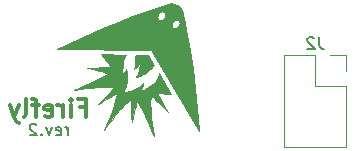
<source format=gbo>
G04 #@! TF.GenerationSoftware,KiCad,Pcbnew,(6.0.10-0)*
G04 #@! TF.CreationDate,2022-12-22T21:19:14-05:00*
G04 #@! TF.ProjectId,rev2,72657632-2e6b-4696-9361-645f70636258,rev?*
G04 #@! TF.SameCoordinates,Original*
G04 #@! TF.FileFunction,Legend,Bot*
G04 #@! TF.FilePolarity,Positive*
%FSLAX46Y46*%
G04 Gerber Fmt 4.6, Leading zero omitted, Abs format (unit mm)*
G04 Created by KiCad (PCBNEW (6.0.10-0)) date 2022-12-22 21:19:14*
%MOMM*%
%LPD*%
G01*
G04 APERTURE LIST*
%ADD10C,0.150000*%
%ADD11C,0.300000*%
%ADD12C,0.120000*%
%ADD13C,0.070000*%
%ADD14C,0.600000*%
%ADD15O,0.900000X1.700000*%
%ADD16O,0.900000X2.000000*%
%ADD17R,1.700000X1.700000*%
%ADD18O,1.700000X1.700000*%
G04 APERTURE END LIST*
D10*
X190995238Y-68052380D02*
X190995238Y-67385714D01*
X190995238Y-67576190D02*
X190947619Y-67480952D01*
X190900000Y-67433333D01*
X190804761Y-67385714D01*
X190709523Y-67385714D01*
X189995238Y-68004761D02*
X190090476Y-68052380D01*
X190280952Y-68052380D01*
X190376190Y-68004761D01*
X190423809Y-67909523D01*
X190423809Y-67528571D01*
X190376190Y-67433333D01*
X190280952Y-67385714D01*
X190090476Y-67385714D01*
X189995238Y-67433333D01*
X189947619Y-67528571D01*
X189947619Y-67623809D01*
X190423809Y-67719047D01*
X189614285Y-67385714D02*
X189376190Y-68052380D01*
X189138095Y-67385714D01*
X188757142Y-67957142D02*
X188709523Y-68004761D01*
X188757142Y-68052380D01*
X188804761Y-68004761D01*
X188757142Y-67957142D01*
X188757142Y-68052380D01*
X188328571Y-67147619D02*
X188280952Y-67100000D01*
X188185714Y-67052380D01*
X187947619Y-67052380D01*
X187852380Y-67100000D01*
X187804761Y-67147619D01*
X187757142Y-67242857D01*
X187757142Y-67338095D01*
X187804761Y-67480952D01*
X188376190Y-68052380D01*
X187757142Y-68052380D01*
D11*
X192042857Y-65692857D02*
X192542857Y-65692857D01*
X192542857Y-66478571D02*
X192542857Y-64978571D01*
X191828571Y-64978571D01*
X191257142Y-66478571D02*
X191257142Y-65478571D01*
X191257142Y-64978571D02*
X191328571Y-65050000D01*
X191257142Y-65121428D01*
X191185714Y-65050000D01*
X191257142Y-64978571D01*
X191257142Y-65121428D01*
X190542857Y-66478571D02*
X190542857Y-65478571D01*
X190542857Y-65764285D02*
X190471428Y-65621428D01*
X190400000Y-65550000D01*
X190257142Y-65478571D01*
X190114285Y-65478571D01*
X189042857Y-66407142D02*
X189185714Y-66478571D01*
X189471428Y-66478571D01*
X189614285Y-66407142D01*
X189685714Y-66264285D01*
X189685714Y-65692857D01*
X189614285Y-65550000D01*
X189471428Y-65478571D01*
X189185714Y-65478571D01*
X189042857Y-65550000D01*
X188971428Y-65692857D01*
X188971428Y-65835714D01*
X189685714Y-65978571D01*
X188542857Y-65478571D02*
X187971428Y-65478571D01*
X188328571Y-66478571D02*
X188328571Y-65192857D01*
X188257142Y-65050000D01*
X188114285Y-64978571D01*
X187971428Y-64978571D01*
X187257142Y-66478571D02*
X187400000Y-66407142D01*
X187471428Y-66264285D01*
X187471428Y-64978571D01*
X186828571Y-65478571D02*
X186471428Y-66478571D01*
X186114285Y-65478571D02*
X186471428Y-66478571D01*
X186614285Y-66835714D01*
X186685714Y-66907142D01*
X186828571Y-66978571D01*
D10*
X212263333Y-59722380D02*
X212263333Y-60436666D01*
X212310952Y-60579523D01*
X212406190Y-60674761D01*
X212549047Y-60722380D01*
X212644285Y-60722380D01*
X211834761Y-59817619D02*
X211787142Y-59770000D01*
X211691904Y-59722380D01*
X211453809Y-59722380D01*
X211358571Y-59770000D01*
X211310952Y-59817619D01*
X211263333Y-59912857D01*
X211263333Y-60008095D01*
X211310952Y-60150952D01*
X211882380Y-60722380D01*
X211263333Y-60722380D01*
D12*
X209330000Y-61270000D02*
X209330000Y-69010000D01*
X214530000Y-62600000D02*
X214530000Y-61270000D01*
X214530000Y-69010000D02*
X209330000Y-69010000D01*
X214530000Y-63870000D02*
X211930000Y-63870000D01*
X214530000Y-61270000D02*
X213200000Y-61270000D01*
X214530000Y-63870000D02*
X214530000Y-69010000D01*
X211930000Y-61270000D02*
X209330000Y-61270000D01*
X211930000Y-63870000D02*
X211930000Y-61270000D01*
G36*
X195910162Y-61227609D02*
G01*
X195896482Y-61248562D01*
X195883195Y-61269787D01*
X195857638Y-61313267D01*
X195833167Y-61358484D01*
X195809455Y-61405872D01*
X195786178Y-61455863D01*
X195763009Y-61508894D01*
X195739622Y-61565397D01*
X195715694Y-61625806D01*
X195692441Y-61706188D01*
X195674221Y-61787466D01*
X195660206Y-61869448D01*
X195649569Y-61951947D01*
X195635117Y-62117730D01*
X195624247Y-62283296D01*
X195610338Y-62447126D01*
X195600176Y-62527915D01*
X195586771Y-62607700D01*
X195569297Y-62686291D01*
X195546926Y-62763499D01*
X195518831Y-62839133D01*
X195484183Y-62913004D01*
X195524379Y-62887047D01*
X195561793Y-62861185D01*
X195596685Y-62835296D01*
X195629311Y-62809258D01*
X195659930Y-62782949D01*
X195688799Y-62756246D01*
X195716175Y-62729028D01*
X195742317Y-62701172D01*
X195767483Y-62672556D01*
X195791929Y-62643059D01*
X195815915Y-62612558D01*
X195839697Y-62580931D01*
X195887681Y-62513811D01*
X195937944Y-62440723D01*
X195969361Y-62682941D01*
X195981793Y-62807631D01*
X195991336Y-62933840D01*
X195997461Y-63060918D01*
X195999638Y-63188212D01*
X195997339Y-63315073D01*
X195990034Y-63440848D01*
X195977194Y-63564887D01*
X195958292Y-63686538D01*
X195932796Y-63805151D01*
X195900179Y-63920074D01*
X195859911Y-64030657D01*
X195811463Y-64136247D01*
X195754307Y-64236195D01*
X195722298Y-64283849D01*
X195687913Y-64329848D01*
X195723001Y-64335726D01*
X195765315Y-64340409D01*
X195822768Y-64343884D01*
X195894328Y-64344374D01*
X195978965Y-64340103D01*
X196075648Y-64329294D01*
X196128184Y-64320882D01*
X196183345Y-64310170D01*
X196241002Y-64296934D01*
X196301026Y-64280953D01*
X196363289Y-64262004D01*
X196427661Y-64239866D01*
X196494013Y-64214317D01*
X196562217Y-64185134D01*
X196632144Y-64152095D01*
X196703665Y-64114977D01*
X196776650Y-64073560D01*
X196850972Y-64027621D01*
X196926501Y-63976937D01*
X197003109Y-63921286D01*
X197080666Y-63860447D01*
X197159044Y-63794197D01*
X197238113Y-63722315D01*
X197317746Y-63644577D01*
X197323151Y-63666437D01*
X197327239Y-63688582D01*
X197330049Y-63710971D01*
X197331618Y-63733564D01*
X197331988Y-63756319D01*
X197331196Y-63779197D01*
X197329281Y-63802155D01*
X197326283Y-63825155D01*
X197317192Y-63871114D01*
X197304235Y-63916746D01*
X197287724Y-63961728D01*
X197267971Y-64005733D01*
X197245288Y-64048436D01*
X197219987Y-64089511D01*
X197192380Y-64128633D01*
X197162779Y-64165475D01*
X197131495Y-64199714D01*
X197098842Y-64231022D01*
X197065131Y-64259075D01*
X197030673Y-64283546D01*
X197098537Y-64271482D01*
X197185513Y-64249108D01*
X197288578Y-64216317D01*
X197404706Y-64172999D01*
X197530873Y-64119046D01*
X197664052Y-64054350D01*
X197801220Y-63978801D01*
X197939350Y-63892292D01*
X198075419Y-63794714D01*
X198141735Y-63741741D01*
X198206401Y-63685959D01*
X198269039Y-63627355D01*
X198329271Y-63565917D01*
X198386719Y-63501630D01*
X198441004Y-63434481D01*
X198491749Y-63364455D01*
X198538576Y-63291541D01*
X198581105Y-63215724D01*
X198618960Y-63136990D01*
X198651762Y-63055326D01*
X198679132Y-62970718D01*
X198700694Y-62883154D01*
X198716068Y-62792618D01*
X199762495Y-64561358D01*
X198521599Y-64440972D01*
X198841084Y-65007015D01*
X198988237Y-65261658D01*
X199146677Y-65530952D01*
X199308590Y-65799595D01*
X199466162Y-66052285D01*
X199050167Y-65647286D01*
X198857199Y-65463507D01*
X198673239Y-65291773D01*
X198497526Y-65131759D01*
X198329301Y-64983140D01*
X198167804Y-64845591D01*
X198012276Y-64718784D01*
X197997382Y-64874663D01*
X197987317Y-65036876D01*
X197981918Y-65205682D01*
X197981022Y-65381338D01*
X197984468Y-65564103D01*
X197992092Y-65754233D01*
X198019222Y-66157622D01*
X198061111Y-66593567D01*
X198116456Y-67064130D01*
X198183956Y-67571373D01*
X198262308Y-68117357D01*
X198066229Y-67628437D01*
X197879592Y-67175110D01*
X197700551Y-66756511D01*
X197527262Y-66371769D01*
X197357880Y-66020018D01*
X197190559Y-65700389D01*
X197023456Y-65412014D01*
X196939409Y-65279275D01*
X196854725Y-65154025D01*
X196793410Y-65336827D01*
X196734049Y-65531242D01*
X196675991Y-65737593D01*
X196618583Y-65956208D01*
X196561176Y-66187411D01*
X196503118Y-66431527D01*
X196382443Y-66959805D01*
X196377090Y-66380740D01*
X196370235Y-66114322D01*
X196360450Y-65862446D01*
X196347626Y-65624461D01*
X196331656Y-65399715D01*
X196312429Y-65187557D01*
X196289839Y-64987337D01*
X196168023Y-65086755D01*
X196045433Y-65194068D01*
X195921731Y-65309358D01*
X195796577Y-65432705D01*
X195669633Y-65564191D01*
X195540559Y-65703897D01*
X195409017Y-65851906D01*
X195274666Y-66008297D01*
X195137169Y-66173154D01*
X194996185Y-66346556D01*
X194702402Y-66719324D01*
X194390604Y-67127252D01*
X194058079Y-67570992D01*
X194454251Y-66635835D01*
X194624881Y-66213890D01*
X194775761Y-65819617D01*
X194905805Y-65450954D01*
X195013927Y-65105841D01*
X195099044Y-64782215D01*
X195132635Y-64627815D01*
X195160068Y-64478014D01*
X194989420Y-64565698D01*
X194810632Y-64662065D01*
X194623380Y-64767113D01*
X194427338Y-64880842D01*
X194222180Y-65003253D01*
X194007581Y-65134346D01*
X193783214Y-65274120D01*
X193548756Y-65422576D01*
X193949847Y-65011790D01*
X194133464Y-64820125D01*
X194305794Y-64636598D01*
X194466839Y-64460451D01*
X194616597Y-64290924D01*
X194755069Y-64127258D01*
X194882256Y-63968691D01*
X194726377Y-63950539D01*
X194564164Y-63937636D01*
X194395358Y-63929807D01*
X194219701Y-63926875D01*
X194036937Y-63928663D01*
X193846807Y-63934996D01*
X193443418Y-63960588D01*
X193007473Y-64002242D01*
X192536910Y-64058546D01*
X192029668Y-64128090D01*
X191483683Y-64209462D01*
X191972604Y-64013384D01*
X192425930Y-63826747D01*
X192844530Y-63647706D01*
X193229271Y-63474417D01*
X193581022Y-63305034D01*
X193900651Y-63137714D01*
X194189027Y-62970610D01*
X194321765Y-62886564D01*
X194447016Y-62801879D01*
X194264213Y-62743224D01*
X194069799Y-62685111D01*
X193863447Y-62627216D01*
X193644833Y-62569211D01*
X193413630Y-62510773D01*
X193169513Y-62451575D01*
X192641235Y-62329598D01*
X192959960Y-62325619D01*
X193293226Y-62315129D01*
X193933063Y-62283296D01*
X194613704Y-62236994D01*
X193798787Y-61199827D01*
X195910162Y-61227609D01*
G37*
D13*
X195910162Y-61227609D02*
X195896482Y-61248562D01*
X195883195Y-61269787D01*
X195857638Y-61313267D01*
X195833167Y-61358484D01*
X195809455Y-61405872D01*
X195786178Y-61455863D01*
X195763009Y-61508894D01*
X195739622Y-61565397D01*
X195715694Y-61625806D01*
X195692441Y-61706188D01*
X195674221Y-61787466D01*
X195660206Y-61869448D01*
X195649569Y-61951947D01*
X195635117Y-62117730D01*
X195624247Y-62283296D01*
X195610338Y-62447126D01*
X195600176Y-62527915D01*
X195586771Y-62607700D01*
X195569297Y-62686291D01*
X195546926Y-62763499D01*
X195518831Y-62839133D01*
X195484183Y-62913004D01*
X195524379Y-62887047D01*
X195561793Y-62861185D01*
X195596685Y-62835296D01*
X195629311Y-62809258D01*
X195659930Y-62782949D01*
X195688799Y-62756246D01*
X195716175Y-62729028D01*
X195742317Y-62701172D01*
X195767483Y-62672556D01*
X195791929Y-62643059D01*
X195815915Y-62612558D01*
X195839697Y-62580931D01*
X195887681Y-62513811D01*
X195937944Y-62440723D01*
X195969361Y-62682941D01*
X195981793Y-62807631D01*
X195991336Y-62933840D01*
X195997461Y-63060918D01*
X195999638Y-63188212D01*
X195997339Y-63315073D01*
X195990034Y-63440848D01*
X195977194Y-63564887D01*
X195958292Y-63686538D01*
X195932796Y-63805151D01*
X195900179Y-63920074D01*
X195859911Y-64030657D01*
X195811463Y-64136247D01*
X195754307Y-64236195D01*
X195722298Y-64283849D01*
X195687913Y-64329848D01*
X195723001Y-64335726D01*
X195765315Y-64340409D01*
X195822768Y-64343884D01*
X195894328Y-64344374D01*
X195978965Y-64340103D01*
X196075648Y-64329294D01*
X196128184Y-64320882D01*
X196183345Y-64310170D01*
X196241002Y-64296934D01*
X196301026Y-64280953D01*
X196363289Y-64262004D01*
X196427661Y-64239866D01*
X196494013Y-64214317D01*
X196562217Y-64185134D01*
X196632144Y-64152095D01*
X196703665Y-64114977D01*
X196776650Y-64073560D01*
X196850972Y-64027621D01*
X196926501Y-63976937D01*
X197003109Y-63921286D01*
X197080666Y-63860447D01*
X197159044Y-63794197D01*
X197238113Y-63722315D01*
X197317746Y-63644577D01*
X197323151Y-63666437D01*
X197327239Y-63688582D01*
X197330049Y-63710971D01*
X197331618Y-63733564D01*
X197331988Y-63756319D01*
X197331196Y-63779197D01*
X197329281Y-63802155D01*
X197326283Y-63825155D01*
X197317192Y-63871114D01*
X197304235Y-63916746D01*
X197287724Y-63961728D01*
X197267971Y-64005733D01*
X197245288Y-64048436D01*
X197219987Y-64089511D01*
X197192380Y-64128633D01*
X197162779Y-64165475D01*
X197131495Y-64199714D01*
X197098842Y-64231022D01*
X197065131Y-64259075D01*
X197030673Y-64283546D01*
X197098537Y-64271482D01*
X197185513Y-64249108D01*
X197288578Y-64216317D01*
X197404706Y-64172999D01*
X197530873Y-64119046D01*
X197664052Y-64054350D01*
X197801220Y-63978801D01*
X197939350Y-63892292D01*
X198075419Y-63794714D01*
X198141735Y-63741741D01*
X198206401Y-63685959D01*
X198269039Y-63627355D01*
X198329271Y-63565917D01*
X198386719Y-63501630D01*
X198441004Y-63434481D01*
X198491749Y-63364455D01*
X198538576Y-63291541D01*
X198581105Y-63215724D01*
X198618960Y-63136990D01*
X198651762Y-63055326D01*
X198679132Y-62970718D01*
X198700694Y-62883154D01*
X198716068Y-62792618D01*
X199762495Y-64561358D01*
X198521599Y-64440972D01*
X198841084Y-65007015D01*
X198988237Y-65261658D01*
X199146677Y-65530952D01*
X199308590Y-65799595D01*
X199466162Y-66052285D01*
X199050167Y-65647286D01*
X198857199Y-65463507D01*
X198673239Y-65291773D01*
X198497526Y-65131759D01*
X198329301Y-64983140D01*
X198167804Y-64845591D01*
X198012276Y-64718784D01*
X197997382Y-64874663D01*
X197987317Y-65036876D01*
X197981918Y-65205682D01*
X197981022Y-65381338D01*
X197984468Y-65564103D01*
X197992092Y-65754233D01*
X198019222Y-66157622D01*
X198061111Y-66593567D01*
X198116456Y-67064130D01*
X198183956Y-67571373D01*
X198262308Y-68117357D01*
X198066229Y-67628437D01*
X197879592Y-67175110D01*
X197700551Y-66756511D01*
X197527262Y-66371769D01*
X197357880Y-66020018D01*
X197190559Y-65700389D01*
X197023456Y-65412014D01*
X196939409Y-65279275D01*
X196854725Y-65154025D01*
X196793410Y-65336827D01*
X196734049Y-65531242D01*
X196675991Y-65737593D01*
X196618583Y-65956208D01*
X196561176Y-66187411D01*
X196503118Y-66431527D01*
X196382443Y-66959805D01*
X196377090Y-66380740D01*
X196370235Y-66114322D01*
X196360450Y-65862446D01*
X196347626Y-65624461D01*
X196331656Y-65399715D01*
X196312429Y-65187557D01*
X196289839Y-64987337D01*
X196168023Y-65086755D01*
X196045433Y-65194068D01*
X195921731Y-65309358D01*
X195796577Y-65432705D01*
X195669633Y-65564191D01*
X195540559Y-65703897D01*
X195409017Y-65851906D01*
X195274666Y-66008297D01*
X195137169Y-66173154D01*
X194996185Y-66346556D01*
X194702402Y-66719324D01*
X194390604Y-67127252D01*
X194058079Y-67570992D01*
X194454251Y-66635835D01*
X194624881Y-66213890D01*
X194775761Y-65819617D01*
X194905805Y-65450954D01*
X195013927Y-65105841D01*
X195099044Y-64782215D01*
X195132635Y-64627815D01*
X195160068Y-64478014D01*
X194989420Y-64565698D01*
X194810632Y-64662065D01*
X194623380Y-64767113D01*
X194427338Y-64880842D01*
X194222180Y-65003253D01*
X194007581Y-65134346D01*
X193783214Y-65274120D01*
X193548756Y-65422576D01*
X193949847Y-65011790D01*
X194133464Y-64820125D01*
X194305794Y-64636598D01*
X194466839Y-64460451D01*
X194616597Y-64290924D01*
X194755069Y-64127258D01*
X194882256Y-63968691D01*
X194726377Y-63950539D01*
X194564164Y-63937636D01*
X194395358Y-63929807D01*
X194219701Y-63926875D01*
X194036937Y-63928663D01*
X193846807Y-63934996D01*
X193443418Y-63960588D01*
X193007473Y-64002242D01*
X192536910Y-64058546D01*
X192029668Y-64128090D01*
X191483683Y-64209462D01*
X191972604Y-64013384D01*
X192425930Y-63826747D01*
X192844530Y-63647706D01*
X193229271Y-63474417D01*
X193581022Y-63305034D01*
X193900651Y-63137714D01*
X194189027Y-62970610D01*
X194321765Y-62886564D01*
X194447016Y-62801879D01*
X194264213Y-62743224D01*
X194069799Y-62685111D01*
X193863447Y-62627216D01*
X193644833Y-62569211D01*
X193413630Y-62510773D01*
X193169513Y-62451575D01*
X192641235Y-62329598D01*
X192959960Y-62325619D01*
X193293226Y-62315129D01*
X193933063Y-62283296D01*
X194613704Y-62236994D01*
X193798787Y-61199827D01*
X195910162Y-61227609D01*
G36*
X197808547Y-61255390D02*
G01*
X198308610Y-62088828D01*
X198236297Y-62179116D01*
X198158544Y-62268971D01*
X198075772Y-62357741D01*
X197988402Y-62444774D01*
X197896853Y-62529420D01*
X197801547Y-62611027D01*
X197702905Y-62688945D01*
X197601345Y-62762522D01*
X197497290Y-62831107D01*
X197391159Y-62894049D01*
X197283373Y-62950696D01*
X197174353Y-63000399D01*
X197064519Y-63042505D01*
X197009428Y-63060506D01*
X196954292Y-63076363D01*
X196899162Y-63089996D01*
X196844091Y-63101323D01*
X196789133Y-63110262D01*
X196734339Y-63116733D01*
X196764833Y-63079504D01*
X196796846Y-63034203D01*
X196829728Y-62981442D01*
X196862827Y-62921830D01*
X196895492Y-62855978D01*
X196927071Y-62784497D01*
X196956914Y-62707997D01*
X196984370Y-62627088D01*
X197008787Y-62542381D01*
X197029514Y-62454486D01*
X197045901Y-62364014D01*
X197057296Y-62271575D01*
X197060918Y-62224809D01*
X197063047Y-62177779D01*
X197063604Y-62130564D01*
X197062505Y-62083238D01*
X197059670Y-62035878D01*
X197055017Y-61988560D01*
X197048465Y-61941362D01*
X197039932Y-61894358D01*
X197028145Y-61929197D01*
X197015414Y-61962543D01*
X197001824Y-61994420D01*
X196987463Y-62024854D01*
X196972417Y-62053870D01*
X196956772Y-62081495D01*
X196940615Y-62107753D01*
X196924033Y-62132669D01*
X196889937Y-62178580D01*
X196855176Y-62219431D01*
X196820443Y-62255426D01*
X196786429Y-62286768D01*
X196753825Y-62313661D01*
X196723324Y-62336308D01*
X196695617Y-62354912D01*
X196671397Y-62369678D01*
X196636182Y-62388506D01*
X196623214Y-62394421D01*
X196628332Y-62379246D01*
X196641590Y-62335530D01*
X196650288Y-62303817D01*
X196659840Y-62265987D01*
X196669853Y-62222377D01*
X196679934Y-62173328D01*
X196689689Y-62119179D01*
X196698726Y-62060268D01*
X196706650Y-61996935D01*
X196713069Y-61929519D01*
X196717588Y-61858359D01*
X196719815Y-61783794D01*
X196719946Y-61745341D01*
X196719356Y-61706164D01*
X196717997Y-61666305D01*
X196715818Y-61625806D01*
X196712816Y-61577587D01*
X196710899Y-61530019D01*
X196710284Y-61482885D01*
X196711188Y-61435968D01*
X196713829Y-61389051D01*
X196715868Y-61365525D01*
X196718423Y-61341917D01*
X196721520Y-61318201D01*
X196725187Y-61294349D01*
X196729451Y-61270334D01*
X196734339Y-61246129D01*
X197808547Y-61255390D01*
G37*
X197808547Y-61255390D02*
X198308610Y-62088828D01*
X198236297Y-62179116D01*
X198158544Y-62268971D01*
X198075772Y-62357741D01*
X197988402Y-62444774D01*
X197896853Y-62529420D01*
X197801547Y-62611027D01*
X197702905Y-62688945D01*
X197601345Y-62762522D01*
X197497290Y-62831107D01*
X197391159Y-62894049D01*
X197283373Y-62950696D01*
X197174353Y-63000399D01*
X197064519Y-63042505D01*
X197009428Y-63060506D01*
X196954292Y-63076363D01*
X196899162Y-63089996D01*
X196844091Y-63101323D01*
X196789133Y-63110262D01*
X196734339Y-63116733D01*
X196764833Y-63079504D01*
X196796846Y-63034203D01*
X196829728Y-62981442D01*
X196862827Y-62921830D01*
X196895492Y-62855978D01*
X196927071Y-62784497D01*
X196956914Y-62707997D01*
X196984370Y-62627088D01*
X197008787Y-62542381D01*
X197029514Y-62454486D01*
X197045901Y-62364014D01*
X197057296Y-62271575D01*
X197060918Y-62224809D01*
X197063047Y-62177779D01*
X197063604Y-62130564D01*
X197062505Y-62083238D01*
X197059670Y-62035878D01*
X197055017Y-61988560D01*
X197048465Y-61941362D01*
X197039932Y-61894358D01*
X197028145Y-61929197D01*
X197015414Y-61962543D01*
X197001824Y-61994420D01*
X196987463Y-62024854D01*
X196972417Y-62053870D01*
X196956772Y-62081495D01*
X196940615Y-62107753D01*
X196924033Y-62132669D01*
X196889937Y-62178580D01*
X196855176Y-62219431D01*
X196820443Y-62255426D01*
X196786429Y-62286768D01*
X196753825Y-62313661D01*
X196723324Y-62336308D01*
X196695617Y-62354912D01*
X196671397Y-62369678D01*
X196636182Y-62388506D01*
X196623214Y-62394421D01*
X196628332Y-62379246D01*
X196641590Y-62335530D01*
X196650288Y-62303817D01*
X196659840Y-62265987D01*
X196669853Y-62222377D01*
X196679934Y-62173328D01*
X196689689Y-62119179D01*
X196698726Y-62060268D01*
X196706650Y-61996935D01*
X196713069Y-61929519D01*
X196717588Y-61858359D01*
X196719815Y-61783794D01*
X196719946Y-61745341D01*
X196719356Y-61706164D01*
X196717997Y-61666305D01*
X196715818Y-61625806D01*
X196712816Y-61577587D01*
X196710899Y-61530019D01*
X196710284Y-61482885D01*
X196711188Y-61435968D01*
X196713829Y-61389051D01*
X196715868Y-61365525D01*
X196718423Y-61341917D01*
X196721520Y-61318201D01*
X196725187Y-61294349D01*
X196729451Y-61270334D01*
X196734339Y-61246129D01*
X197808547Y-61255390D01*
G36*
X201036562Y-59156964D02*
G01*
X201316219Y-60794105D01*
X201554638Y-62461631D01*
X201751169Y-64056665D01*
X202015959Y-66617748D01*
X202105380Y-67654336D01*
X198040057Y-60829410D01*
X190094619Y-60718285D01*
X191036433Y-60278705D01*
X192079731Y-59805085D01*
X193385540Y-59229673D01*
X194567240Y-58729005D01*
X199771362Y-58729005D01*
X199774070Y-58764337D01*
X199776647Y-58781532D01*
X199780034Y-58798367D01*
X199784229Y-58814809D01*
X199789227Y-58830824D01*
X199795026Y-58846378D01*
X199801621Y-58861436D01*
X199809010Y-58875965D01*
X199817189Y-58889932D01*
X199826155Y-58903301D01*
X199835904Y-58916040D01*
X199846434Y-58928114D01*
X199857740Y-58939489D01*
X199869819Y-58950132D01*
X199882668Y-58960009D01*
X199896283Y-58969085D01*
X199910661Y-58977327D01*
X199924737Y-58984654D01*
X199939162Y-58991014D01*
X199953905Y-58996418D01*
X199968937Y-59000876D01*
X199984226Y-59004398D01*
X199999743Y-59006994D01*
X200015457Y-59008674D01*
X200031336Y-59009449D01*
X200047351Y-59009328D01*
X200063472Y-59008323D01*
X200079667Y-59006443D01*
X200095906Y-59003697D01*
X200112158Y-59000097D01*
X200128394Y-58995653D01*
X200144582Y-58990375D01*
X200160693Y-58984272D01*
X200176694Y-58977356D01*
X200192557Y-58969635D01*
X200208250Y-58961122D01*
X200223743Y-58951824D01*
X200239005Y-58941754D01*
X200254007Y-58930921D01*
X200268716Y-58919334D01*
X200283104Y-58907006D01*
X200297138Y-58893944D01*
X200310790Y-58880160D01*
X200324028Y-58865664D01*
X200336821Y-58850466D01*
X200349140Y-58834577D01*
X200360954Y-58818005D01*
X200372231Y-58800762D01*
X200382943Y-58782858D01*
X200402155Y-58746006D01*
X200418139Y-58708558D01*
X200430922Y-58670784D01*
X200440531Y-58632955D01*
X200446992Y-58595344D01*
X200450334Y-58558221D01*
X200450583Y-58521857D01*
X200447766Y-58486525D01*
X200441910Y-58452495D01*
X200433043Y-58420038D01*
X200427489Y-58404485D01*
X200421192Y-58389426D01*
X200414155Y-58374897D01*
X200406383Y-58360931D01*
X200397878Y-58347561D01*
X200388644Y-58334822D01*
X200378685Y-58322748D01*
X200368003Y-58311373D01*
X200356602Y-58300730D01*
X200344486Y-58290853D01*
X200331657Y-58281777D01*
X200318120Y-58273535D01*
X200304044Y-58266209D01*
X200289619Y-58259848D01*
X200274876Y-58254444D01*
X200259844Y-58249986D01*
X200244555Y-58246465D01*
X200229038Y-58243869D01*
X200213324Y-58242188D01*
X200197445Y-58241413D01*
X200181430Y-58241534D01*
X200165309Y-58242539D01*
X200149114Y-58244420D01*
X200132875Y-58247165D01*
X200116622Y-58250765D01*
X200100387Y-58255209D01*
X200084199Y-58260487D01*
X200068088Y-58266590D01*
X200052087Y-58273506D01*
X200036224Y-58281227D01*
X200020531Y-58289740D01*
X200005038Y-58299038D01*
X199989776Y-58309108D01*
X199974774Y-58319941D01*
X199960065Y-58331528D01*
X199945677Y-58343857D01*
X199931643Y-58356918D01*
X199917991Y-58370702D01*
X199904753Y-58385198D01*
X199891960Y-58400396D01*
X199879641Y-58416286D01*
X199867827Y-58432857D01*
X199856550Y-58450100D01*
X199845838Y-58468004D01*
X199824998Y-58504856D01*
X199807603Y-58542304D01*
X199793627Y-58580079D01*
X199783041Y-58617907D01*
X199775820Y-58655518D01*
X199771936Y-58692641D01*
X199771362Y-58729005D01*
X194567240Y-58729005D01*
X194864548Y-58603040D01*
X196281143Y-58034474D01*
X198571353Y-58034474D01*
X198573689Y-58069806D01*
X198579171Y-58103836D01*
X198583097Y-58120278D01*
X198587815Y-58136293D01*
X198593326Y-58151846D01*
X198599632Y-58166905D01*
X198606735Y-58181434D01*
X198614637Y-58195400D01*
X198623339Y-58208770D01*
X198632844Y-58221509D01*
X198643152Y-58233583D01*
X198654265Y-58244958D01*
X198666186Y-58255601D01*
X198678915Y-58265478D01*
X198692455Y-58274554D01*
X198706807Y-58282796D01*
X198720883Y-58290122D01*
X198735307Y-58296483D01*
X198750051Y-58301887D01*
X198765083Y-58306345D01*
X198780372Y-58309866D01*
X198795889Y-58312462D01*
X198811602Y-58314143D01*
X198827482Y-58314918D01*
X198843497Y-58314797D01*
X198859618Y-58313792D01*
X198875813Y-58311911D01*
X198892052Y-58309166D01*
X198908304Y-58305566D01*
X198924540Y-58301122D01*
X198940728Y-58295843D01*
X198956838Y-58289741D01*
X198972840Y-58282824D01*
X198988703Y-58275104D01*
X199004396Y-58266590D01*
X199019889Y-58257293D01*
X199035151Y-58247223D01*
X199050152Y-58236389D01*
X199064862Y-58224803D01*
X199079249Y-58212474D01*
X199093284Y-58199413D01*
X199106936Y-58185629D01*
X199120174Y-58171133D01*
X199132967Y-58155935D01*
X199145286Y-58140045D01*
X199157099Y-58123474D01*
X199168377Y-58106231D01*
X199179088Y-58088327D01*
X199198301Y-58051475D01*
X199214285Y-58014026D01*
X199227068Y-57976252D01*
X199236676Y-57938424D01*
X199243138Y-57900812D01*
X199246479Y-57863689D01*
X199246728Y-57827326D01*
X199243911Y-57791993D01*
X199238056Y-57757963D01*
X199229189Y-57725507D01*
X199223634Y-57709953D01*
X199217337Y-57694895D01*
X199210301Y-57680365D01*
X199202529Y-57666399D01*
X199194024Y-57653030D01*
X199184790Y-57640291D01*
X199174831Y-57628217D01*
X199164149Y-57616841D01*
X199152748Y-57606198D01*
X199140631Y-57596322D01*
X199127803Y-57587246D01*
X199114265Y-57579004D01*
X199100190Y-57571677D01*
X199085765Y-57565317D01*
X199071021Y-57559913D01*
X199055990Y-57555455D01*
X199040700Y-57551933D01*
X199025183Y-57549337D01*
X199009470Y-57547657D01*
X198993590Y-57546882D01*
X198977575Y-57547002D01*
X198961455Y-57548008D01*
X198945260Y-57549888D01*
X198929021Y-57552633D01*
X198912768Y-57556233D01*
X198896532Y-57560678D01*
X198880344Y-57565956D01*
X198864234Y-57572059D01*
X198848232Y-57578975D01*
X198832370Y-57586695D01*
X198816676Y-57595209D01*
X198801183Y-57604506D01*
X198785921Y-57614577D01*
X198770920Y-57625410D01*
X198756210Y-57636996D01*
X198741823Y-57649325D01*
X198727788Y-57662387D01*
X198714137Y-57676170D01*
X198700899Y-57690666D01*
X198688105Y-57705864D01*
X198675786Y-57721754D01*
X198663973Y-57738326D01*
X198652695Y-57755568D01*
X198641984Y-57773473D01*
X198622670Y-57810324D01*
X198606408Y-57847773D01*
X198593211Y-57885547D01*
X198583094Y-57923376D01*
X198576069Y-57960987D01*
X198572151Y-57998110D01*
X198571353Y-58034474D01*
X196281143Y-58034474D01*
X196427443Y-57975755D01*
X197212437Y-57677672D01*
X197984911Y-57398390D01*
X198733700Y-57144230D01*
X199447640Y-56921515D01*
X199499771Y-56908185D01*
X199551926Y-56897683D01*
X199604024Y-56889958D01*
X199655982Y-56884961D01*
X199707715Y-56882644D01*
X199759142Y-56882956D01*
X199810178Y-56885849D01*
X199860742Y-56891273D01*
X199910749Y-56899180D01*
X199960117Y-56909521D01*
X200008763Y-56922245D01*
X200056603Y-56937304D01*
X200103555Y-56954649D01*
X200149535Y-56974231D01*
X200194461Y-56995999D01*
X200238249Y-57019906D01*
X200280815Y-57045902D01*
X200322078Y-57073938D01*
X200361954Y-57103965D01*
X200400360Y-57135933D01*
X200437213Y-57169793D01*
X200472429Y-57205497D01*
X200505926Y-57242994D01*
X200537621Y-57282237D01*
X200567429Y-57323175D01*
X200595270Y-57365759D01*
X200621058Y-57409941D01*
X200644712Y-57455670D01*
X200666148Y-57502899D01*
X200685283Y-57551578D01*
X200702034Y-57601657D01*
X200716318Y-57653087D01*
X200753421Y-57827326D01*
X200901318Y-58521857D01*
X201036562Y-59156964D01*
G37*
X201036562Y-59156964D02*
X201316219Y-60794105D01*
X201554638Y-62461631D01*
X201751169Y-64056665D01*
X202015959Y-66617748D01*
X202105380Y-67654336D01*
X198040057Y-60829410D01*
X190094619Y-60718285D01*
X191036433Y-60278705D01*
X192079731Y-59805085D01*
X193385540Y-59229673D01*
X194567240Y-58729005D01*
X199771362Y-58729005D01*
X199774070Y-58764337D01*
X199776647Y-58781532D01*
X199780034Y-58798367D01*
X199784229Y-58814809D01*
X199789227Y-58830824D01*
X199795026Y-58846378D01*
X199801621Y-58861436D01*
X199809010Y-58875965D01*
X199817189Y-58889932D01*
X199826155Y-58903301D01*
X199835904Y-58916040D01*
X199846434Y-58928114D01*
X199857740Y-58939489D01*
X199869819Y-58950132D01*
X199882668Y-58960009D01*
X199896283Y-58969085D01*
X199910661Y-58977327D01*
X199924737Y-58984654D01*
X199939162Y-58991014D01*
X199953905Y-58996418D01*
X199968937Y-59000876D01*
X199984226Y-59004398D01*
X199999743Y-59006994D01*
X200015457Y-59008674D01*
X200031336Y-59009449D01*
X200047351Y-59009328D01*
X200063472Y-59008323D01*
X200079667Y-59006443D01*
X200095906Y-59003697D01*
X200112158Y-59000097D01*
X200128394Y-58995653D01*
X200144582Y-58990375D01*
X200160693Y-58984272D01*
X200176694Y-58977356D01*
X200192557Y-58969635D01*
X200208250Y-58961122D01*
X200223743Y-58951824D01*
X200239005Y-58941754D01*
X200254007Y-58930921D01*
X200268716Y-58919334D01*
X200283104Y-58907006D01*
X200297138Y-58893944D01*
X200310790Y-58880160D01*
X200324028Y-58865664D01*
X200336821Y-58850466D01*
X200349140Y-58834577D01*
X200360954Y-58818005D01*
X200372231Y-58800762D01*
X200382943Y-58782858D01*
X200402155Y-58746006D01*
X200418139Y-58708558D01*
X200430922Y-58670784D01*
X200440531Y-58632955D01*
X200446992Y-58595344D01*
X200450334Y-58558221D01*
X200450583Y-58521857D01*
X200447766Y-58486525D01*
X200441910Y-58452495D01*
X200433043Y-58420038D01*
X200427489Y-58404485D01*
X200421192Y-58389426D01*
X200414155Y-58374897D01*
X200406383Y-58360931D01*
X200397878Y-58347561D01*
X200388644Y-58334822D01*
X200378685Y-58322748D01*
X200368003Y-58311373D01*
X200356602Y-58300730D01*
X200344486Y-58290853D01*
X200331657Y-58281777D01*
X200318120Y-58273535D01*
X200304044Y-58266209D01*
X200289619Y-58259848D01*
X200274876Y-58254444D01*
X200259844Y-58249986D01*
X200244555Y-58246465D01*
X200229038Y-58243869D01*
X200213324Y-58242188D01*
X200197445Y-58241413D01*
X200181430Y-58241534D01*
X200165309Y-58242539D01*
X200149114Y-58244420D01*
X200132875Y-58247165D01*
X200116622Y-58250765D01*
X200100387Y-58255209D01*
X200084199Y-58260487D01*
X200068088Y-58266590D01*
X200052087Y-58273506D01*
X200036224Y-58281227D01*
X200020531Y-58289740D01*
X200005038Y-58299038D01*
X199989776Y-58309108D01*
X199974774Y-58319941D01*
X199960065Y-58331528D01*
X199945677Y-58343857D01*
X199931643Y-58356918D01*
X199917991Y-58370702D01*
X199904753Y-58385198D01*
X199891960Y-58400396D01*
X199879641Y-58416286D01*
X199867827Y-58432857D01*
X199856550Y-58450100D01*
X199845838Y-58468004D01*
X199824998Y-58504856D01*
X199807603Y-58542304D01*
X199793627Y-58580079D01*
X199783041Y-58617907D01*
X199775820Y-58655518D01*
X199771936Y-58692641D01*
X199771362Y-58729005D01*
X194567240Y-58729005D01*
X194864548Y-58603040D01*
X196281143Y-58034474D01*
X198571353Y-58034474D01*
X198573689Y-58069806D01*
X198579171Y-58103836D01*
X198583097Y-58120278D01*
X198587815Y-58136293D01*
X198593326Y-58151846D01*
X198599632Y-58166905D01*
X198606735Y-58181434D01*
X198614637Y-58195400D01*
X198623339Y-58208770D01*
X198632844Y-58221509D01*
X198643152Y-58233583D01*
X198654265Y-58244958D01*
X198666186Y-58255601D01*
X198678915Y-58265478D01*
X198692455Y-58274554D01*
X198706807Y-58282796D01*
X198720883Y-58290122D01*
X198735307Y-58296483D01*
X198750051Y-58301887D01*
X198765083Y-58306345D01*
X198780372Y-58309866D01*
X198795889Y-58312462D01*
X198811602Y-58314143D01*
X198827482Y-58314918D01*
X198843497Y-58314797D01*
X198859618Y-58313792D01*
X198875813Y-58311911D01*
X198892052Y-58309166D01*
X198908304Y-58305566D01*
X198924540Y-58301122D01*
X198940728Y-58295843D01*
X198956838Y-58289741D01*
X198972840Y-58282824D01*
X198988703Y-58275104D01*
X199004396Y-58266590D01*
X199019889Y-58257293D01*
X199035151Y-58247223D01*
X199050152Y-58236389D01*
X199064862Y-58224803D01*
X199079249Y-58212474D01*
X199093284Y-58199413D01*
X199106936Y-58185629D01*
X199120174Y-58171133D01*
X199132967Y-58155935D01*
X199145286Y-58140045D01*
X199157099Y-58123474D01*
X199168377Y-58106231D01*
X199179088Y-58088327D01*
X199198301Y-58051475D01*
X199214285Y-58014026D01*
X199227068Y-57976252D01*
X199236676Y-57938424D01*
X199243138Y-57900812D01*
X199246479Y-57863689D01*
X199246728Y-57827326D01*
X199243911Y-57791993D01*
X199238056Y-57757963D01*
X199229189Y-57725507D01*
X199223634Y-57709953D01*
X199217337Y-57694895D01*
X199210301Y-57680365D01*
X199202529Y-57666399D01*
X199194024Y-57653030D01*
X199184790Y-57640291D01*
X199174831Y-57628217D01*
X199164149Y-57616841D01*
X199152748Y-57606198D01*
X199140631Y-57596322D01*
X199127803Y-57587246D01*
X199114265Y-57579004D01*
X199100190Y-57571677D01*
X199085765Y-57565317D01*
X199071021Y-57559913D01*
X199055990Y-57555455D01*
X199040700Y-57551933D01*
X199025183Y-57549337D01*
X199009470Y-57547657D01*
X198993590Y-57546882D01*
X198977575Y-57547002D01*
X198961455Y-57548008D01*
X198945260Y-57549888D01*
X198929021Y-57552633D01*
X198912768Y-57556233D01*
X198896532Y-57560678D01*
X198880344Y-57565956D01*
X198864234Y-57572059D01*
X198848232Y-57578975D01*
X198832370Y-57586695D01*
X198816676Y-57595209D01*
X198801183Y-57604506D01*
X198785921Y-57614577D01*
X198770920Y-57625410D01*
X198756210Y-57636996D01*
X198741823Y-57649325D01*
X198727788Y-57662387D01*
X198714137Y-57676170D01*
X198700899Y-57690666D01*
X198688105Y-57705864D01*
X198675786Y-57721754D01*
X198663973Y-57738326D01*
X198652695Y-57755568D01*
X198641984Y-57773473D01*
X198622670Y-57810324D01*
X198606408Y-57847773D01*
X198593211Y-57885547D01*
X198583094Y-57923376D01*
X198576069Y-57960987D01*
X198572151Y-57998110D01*
X198571353Y-58034474D01*
X196281143Y-58034474D01*
X196427443Y-57975755D01*
X197212437Y-57677672D01*
X197984911Y-57398390D01*
X198733700Y-57144230D01*
X199447640Y-56921515D01*
X199499771Y-56908185D01*
X199551926Y-56897683D01*
X199604024Y-56889958D01*
X199655982Y-56884961D01*
X199707715Y-56882644D01*
X199759142Y-56882956D01*
X199810178Y-56885849D01*
X199860742Y-56891273D01*
X199910749Y-56899180D01*
X199960117Y-56909521D01*
X200008763Y-56922245D01*
X200056603Y-56937304D01*
X200103555Y-56954649D01*
X200149535Y-56974231D01*
X200194461Y-56995999D01*
X200238249Y-57019906D01*
X200280815Y-57045902D01*
X200322078Y-57073938D01*
X200361954Y-57103965D01*
X200400360Y-57135933D01*
X200437213Y-57169793D01*
X200472429Y-57205497D01*
X200505926Y-57242994D01*
X200537621Y-57282237D01*
X200567429Y-57323175D01*
X200595270Y-57365759D01*
X200621058Y-57409941D01*
X200644712Y-57455670D01*
X200666148Y-57502899D01*
X200685283Y-57551578D01*
X200702034Y-57601657D01*
X200716318Y-57653087D01*
X200753421Y-57827326D01*
X200901318Y-58521857D01*
X201036562Y-59156964D01*
%LPC*%
D14*
X194390000Y-45825000D03*
X188610000Y-45825000D03*
D15*
X187180000Y-42135000D03*
X195820000Y-42135000D03*
D16*
X187180000Y-46305000D03*
X195820000Y-46305000D03*
D17*
X213200000Y-62600000D03*
D18*
X210660000Y-62600000D03*
X213200000Y-65140000D03*
X210660000Y-65140000D03*
X213200000Y-67680000D03*
X210660000Y-67680000D03*
M02*

</source>
